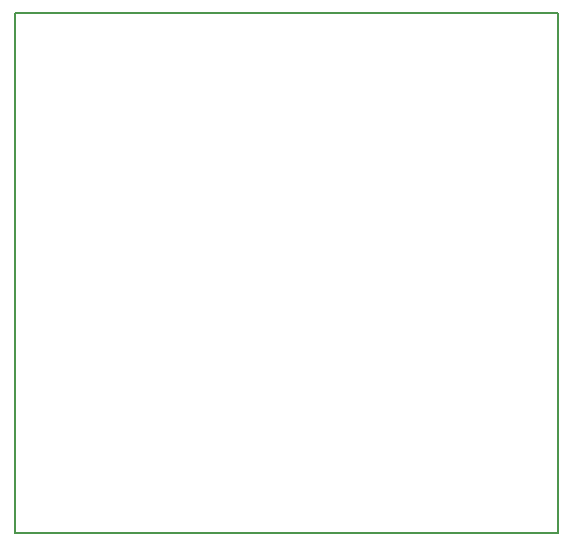
<source format=gm1>
G04 #@! TF.GenerationSoftware,KiCad,Pcbnew,5.1.6-c6e7f7d~87~ubuntu18.04.1*
G04 #@! TF.CreationDate,2020-07-19T23:01:31+05:30*
G04 #@! TF.ProjectId,Sensor_pcb_v1,53656e73-6f72-45f7-9063-625f76312e6b,rev?*
G04 #@! TF.SameCoordinates,Original*
G04 #@! TF.FileFunction,Profile,NP*
%FSLAX46Y46*%
G04 Gerber Fmt 4.6, Leading zero omitted, Abs format (unit mm)*
G04 Created by KiCad (PCBNEW 5.1.6-c6e7f7d~87~ubuntu18.04.1) date 2020-07-19 23:01:31*
%MOMM*%
%LPD*%
G01*
G04 APERTURE LIST*
G04 #@! TA.AperFunction,Profile*
%ADD10C,0.150000*%
G04 #@! TD*
G04 APERTURE END LIST*
D10*
X68960000Y-62560000D02*
X22960000Y-62560000D01*
X68960000Y-18560000D02*
X68960000Y-62560000D01*
X22960000Y-18560000D02*
X68960000Y-18560000D01*
X22960000Y-62560000D02*
X22960000Y-18560000D01*
M02*

</source>
